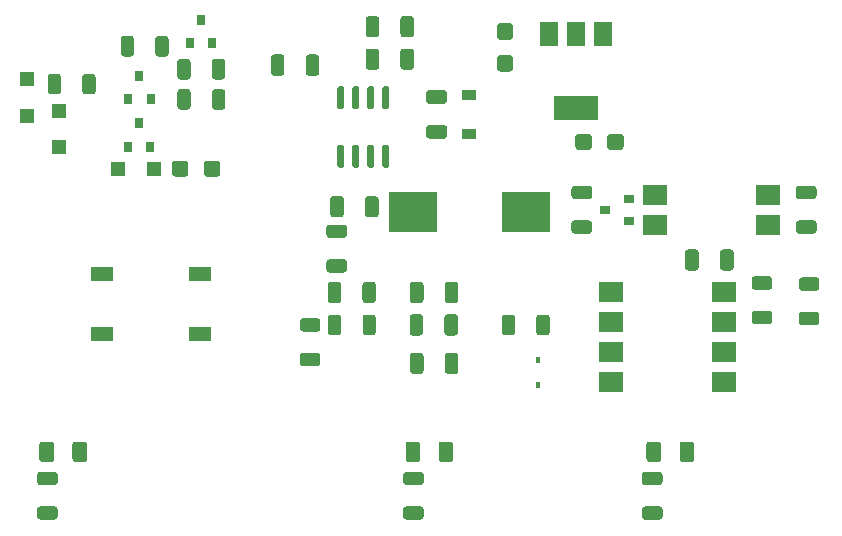
<source format=gbr>
%TF.GenerationSoftware,KiCad,Pcbnew,5.1.10-88a1d61d58~90~ubuntu21.04.1*%
%TF.CreationDate,2021-07-30T10:57:06+02:00*%
%TF.ProjectId,DccDecoder,44636344-6563-46f6-9465-722e6b696361,rev?*%
%TF.SameCoordinates,Original*%
%TF.FileFunction,Paste,Top*%
%TF.FilePolarity,Positive*%
%FSLAX46Y46*%
G04 Gerber Fmt 4.6, Leading zero omitted, Abs format (unit mm)*
G04 Created by KiCad (PCBNEW 5.1.10-88a1d61d58~90~ubuntu21.04.1) date 2021-07-30 10:57:06*
%MOMM*%
%LPD*%
G01*
G04 APERTURE LIST*
%ADD10R,1.220000X1.150000*%
%ADD11R,0.800000X0.900000*%
%ADD12R,4.100000X3.500000*%
%ADD13R,1.200000X0.900000*%
%ADD14R,1.150000X1.220000*%
%ADD15R,0.450000X0.600000*%
%ADD16R,1.900000X1.200000*%
%ADD17R,1.500000X2.000000*%
%ADD18R,3.800000X2.000000*%
%ADD19R,2.000000X1.780000*%
%ADD20R,0.900000X0.800000*%
G04 APERTURE END LIST*
D10*
%TO.C,D8*%
X32800000Y-30300000D03*
X32800000Y-27200000D03*
%TD*%
%TO.C,R15*%
G36*
G01*
X43637500Y-25025001D02*
X43637500Y-23774999D01*
G75*
G02*
X43887499Y-23525000I249999J0D01*
G01*
X44512501Y-23525000D01*
G75*
G02*
X44762500Y-23774999I0J-249999D01*
G01*
X44762500Y-25025001D01*
G75*
G02*
X44512501Y-25275000I-249999J0D01*
G01*
X43887499Y-25275000D01*
G75*
G02*
X43637500Y-25025001I0J249999D01*
G01*
G37*
G36*
G01*
X40712500Y-25025001D02*
X40712500Y-23774999D01*
G75*
G02*
X40962499Y-23525000I249999J0D01*
G01*
X41587501Y-23525000D01*
G75*
G02*
X41837500Y-23774999I0J-249999D01*
G01*
X41837500Y-25025001D01*
G75*
G02*
X41587501Y-25275000I-249999J0D01*
G01*
X40962499Y-25275000D01*
G75*
G02*
X40712500Y-25025001I0J249999D01*
G01*
G37*
%TD*%
%TO.C,R14*%
G36*
G01*
X46637500Y-28274999D02*
X46637500Y-29525001D01*
G75*
G02*
X46387501Y-29775000I-249999J0D01*
G01*
X45762499Y-29775000D01*
G75*
G02*
X45512500Y-29525001I0J249999D01*
G01*
X45512500Y-28274999D01*
G75*
G02*
X45762499Y-28025000I249999J0D01*
G01*
X46387501Y-28025000D01*
G75*
G02*
X46637500Y-28274999I0J-249999D01*
G01*
G37*
G36*
G01*
X49562500Y-28274999D02*
X49562500Y-29525001D01*
G75*
G02*
X49312501Y-29775000I-249999J0D01*
G01*
X48687499Y-29775000D01*
G75*
G02*
X48437500Y-29525001I0J249999D01*
G01*
X48437500Y-28274999D01*
G75*
G02*
X48687499Y-28025000I249999J0D01*
G01*
X49312501Y-28025000D01*
G75*
G02*
X49562500Y-28274999I0J-249999D01*
G01*
G37*
%TD*%
D11*
%TO.C,Q3*%
X42300000Y-26900000D03*
X43250000Y-28900000D03*
X41350000Y-28900000D03*
%TD*%
D12*
%TO.C,L1*%
X75000000Y-38400000D03*
X65500000Y-38400000D03*
%TD*%
%TO.C,R11*%
G36*
G01*
X58374999Y-42437500D02*
X59625001Y-42437500D01*
G75*
G02*
X59875000Y-42687499I0J-249999D01*
G01*
X59875000Y-43312501D01*
G75*
G02*
X59625001Y-43562500I-249999J0D01*
G01*
X58374999Y-43562500D01*
G75*
G02*
X58125000Y-43312501I0J249999D01*
G01*
X58125000Y-42687499D01*
G75*
G02*
X58374999Y-42437500I249999J0D01*
G01*
G37*
G36*
G01*
X58374999Y-39512500D02*
X59625001Y-39512500D01*
G75*
G02*
X59875000Y-39762499I0J-249999D01*
G01*
X59875000Y-40387501D01*
G75*
G02*
X59625001Y-40637500I-249999J0D01*
G01*
X58374999Y-40637500D01*
G75*
G02*
X58125000Y-40387501I0J249999D01*
G01*
X58125000Y-39762499D01*
G75*
G02*
X58374999Y-39512500I249999J0D01*
G01*
G37*
%TD*%
%TO.C,R13*%
G36*
G01*
X61187500Y-48625001D02*
X61187500Y-47374999D01*
G75*
G02*
X61437499Y-47125000I249999J0D01*
G01*
X62062501Y-47125000D01*
G75*
G02*
X62312500Y-47374999I0J-249999D01*
G01*
X62312500Y-48625001D01*
G75*
G02*
X62062501Y-48875000I-249999J0D01*
G01*
X61437499Y-48875000D01*
G75*
G02*
X61187500Y-48625001I0J249999D01*
G01*
G37*
G36*
G01*
X58262500Y-48625001D02*
X58262500Y-47374999D01*
G75*
G02*
X58512499Y-47125000I249999J0D01*
G01*
X59137501Y-47125000D01*
G75*
G02*
X59387500Y-47374999I0J-249999D01*
G01*
X59387500Y-48625001D01*
G75*
G02*
X59137501Y-48875000I-249999J0D01*
G01*
X58512499Y-48875000D01*
G75*
G02*
X58262500Y-48625001I0J249999D01*
G01*
G37*
%TD*%
%TO.C,R12*%
G36*
G01*
X57375001Y-48562500D02*
X56124999Y-48562500D01*
G75*
G02*
X55875000Y-48312501I0J249999D01*
G01*
X55875000Y-47687499D01*
G75*
G02*
X56124999Y-47437500I249999J0D01*
G01*
X57375001Y-47437500D01*
G75*
G02*
X57625000Y-47687499I0J-249999D01*
G01*
X57625000Y-48312501D01*
G75*
G02*
X57375001Y-48562500I-249999J0D01*
G01*
G37*
G36*
G01*
X57375001Y-51487500D02*
X56124999Y-51487500D01*
G75*
G02*
X55875000Y-51237501I0J249999D01*
G01*
X55875000Y-50612499D01*
G75*
G02*
X56124999Y-50362500I249999J0D01*
G01*
X57375001Y-50362500D01*
G75*
G02*
X57625000Y-50612499I0J-249999D01*
G01*
X57625000Y-51237501D01*
G75*
G02*
X57375001Y-51487500I-249999J0D01*
G01*
G37*
%TD*%
%TO.C,C11*%
G36*
G01*
X66325000Y-47349999D02*
X66325000Y-48650001D01*
G75*
G02*
X66075001Y-48900000I-249999J0D01*
G01*
X65424999Y-48900000D01*
G75*
G02*
X65175000Y-48650001I0J249999D01*
G01*
X65175000Y-47349999D01*
G75*
G02*
X65424999Y-47100000I249999J0D01*
G01*
X66075001Y-47100000D01*
G75*
G02*
X66325000Y-47349999I0J-249999D01*
G01*
G37*
G36*
G01*
X69275000Y-47349999D02*
X69275000Y-48650001D01*
G75*
G02*
X69025001Y-48900000I-249999J0D01*
G01*
X68374999Y-48900000D01*
G75*
G02*
X68125000Y-48650001I0J249999D01*
G01*
X68125000Y-47349999D01*
G75*
G02*
X68374999Y-47100000I249999J0D01*
G01*
X69025001Y-47100000D01*
G75*
G02*
X69275000Y-47349999I0J-249999D01*
G01*
G37*
%TD*%
%TO.C,U4*%
G36*
G01*
X63005000Y-32750000D02*
X63305000Y-32750000D01*
G75*
G02*
X63455000Y-32900000I0J-150000D01*
G01*
X63455000Y-34550000D01*
G75*
G02*
X63305000Y-34700000I-150000J0D01*
G01*
X63005000Y-34700000D01*
G75*
G02*
X62855000Y-34550000I0J150000D01*
G01*
X62855000Y-32900000D01*
G75*
G02*
X63005000Y-32750000I150000J0D01*
G01*
G37*
G36*
G01*
X61735000Y-32750000D02*
X62035000Y-32750000D01*
G75*
G02*
X62185000Y-32900000I0J-150000D01*
G01*
X62185000Y-34550000D01*
G75*
G02*
X62035000Y-34700000I-150000J0D01*
G01*
X61735000Y-34700000D01*
G75*
G02*
X61585000Y-34550000I0J150000D01*
G01*
X61585000Y-32900000D01*
G75*
G02*
X61735000Y-32750000I150000J0D01*
G01*
G37*
G36*
G01*
X60465000Y-32750000D02*
X60765000Y-32750000D01*
G75*
G02*
X60915000Y-32900000I0J-150000D01*
G01*
X60915000Y-34550000D01*
G75*
G02*
X60765000Y-34700000I-150000J0D01*
G01*
X60465000Y-34700000D01*
G75*
G02*
X60315000Y-34550000I0J150000D01*
G01*
X60315000Y-32900000D01*
G75*
G02*
X60465000Y-32750000I150000J0D01*
G01*
G37*
G36*
G01*
X59195000Y-32750000D02*
X59495000Y-32750000D01*
G75*
G02*
X59645000Y-32900000I0J-150000D01*
G01*
X59645000Y-34550000D01*
G75*
G02*
X59495000Y-34700000I-150000J0D01*
G01*
X59195000Y-34700000D01*
G75*
G02*
X59045000Y-34550000I0J150000D01*
G01*
X59045000Y-32900000D01*
G75*
G02*
X59195000Y-32750000I150000J0D01*
G01*
G37*
G36*
G01*
X59195000Y-27800000D02*
X59495000Y-27800000D01*
G75*
G02*
X59645000Y-27950000I0J-150000D01*
G01*
X59645000Y-29600000D01*
G75*
G02*
X59495000Y-29750000I-150000J0D01*
G01*
X59195000Y-29750000D01*
G75*
G02*
X59045000Y-29600000I0J150000D01*
G01*
X59045000Y-27950000D01*
G75*
G02*
X59195000Y-27800000I150000J0D01*
G01*
G37*
G36*
G01*
X60465000Y-27800000D02*
X60765000Y-27800000D01*
G75*
G02*
X60915000Y-27950000I0J-150000D01*
G01*
X60915000Y-29600000D01*
G75*
G02*
X60765000Y-29750000I-150000J0D01*
G01*
X60465000Y-29750000D01*
G75*
G02*
X60315000Y-29600000I0J150000D01*
G01*
X60315000Y-27950000D01*
G75*
G02*
X60465000Y-27800000I150000J0D01*
G01*
G37*
G36*
G01*
X61735000Y-27800000D02*
X62035000Y-27800000D01*
G75*
G02*
X62185000Y-27950000I0J-150000D01*
G01*
X62185000Y-29600000D01*
G75*
G02*
X62035000Y-29750000I-150000J0D01*
G01*
X61735000Y-29750000D01*
G75*
G02*
X61585000Y-29600000I0J150000D01*
G01*
X61585000Y-27950000D01*
G75*
G02*
X61735000Y-27800000I150000J0D01*
G01*
G37*
G36*
G01*
X63005000Y-27800000D02*
X63305000Y-27800000D01*
G75*
G02*
X63455000Y-27950000I0J-150000D01*
G01*
X63455000Y-29600000D01*
G75*
G02*
X63305000Y-29750000I-150000J0D01*
G01*
X63005000Y-29750000D01*
G75*
G02*
X62855000Y-29600000I0J150000D01*
G01*
X62855000Y-27950000D01*
G75*
G02*
X63005000Y-27800000I150000J0D01*
G01*
G37*
%TD*%
D13*
%TO.C,D7*%
X70200000Y-28500000D03*
X70200000Y-31800000D03*
%TD*%
D10*
%TO.C,D3*%
X35480000Y-29870000D03*
X35480000Y-32970000D03*
%TD*%
D14*
%TO.C,D2*%
X40470000Y-34770000D03*
X43570000Y-34770000D03*
%TD*%
D15*
%TO.C,D1*%
X76000000Y-53050000D03*
X76000000Y-50950000D03*
%TD*%
%TO.C,C13*%
G36*
G01*
X66350000Y-44599999D02*
X66350000Y-45900001D01*
G75*
G02*
X66100001Y-46150000I-249999J0D01*
G01*
X65449999Y-46150000D01*
G75*
G02*
X65200000Y-45900001I0J249999D01*
G01*
X65200000Y-44599999D01*
G75*
G02*
X65449999Y-44350000I249999J0D01*
G01*
X66100001Y-44350000D01*
G75*
G02*
X66350000Y-44599999I0J-249999D01*
G01*
G37*
G36*
G01*
X69300000Y-44599999D02*
X69300000Y-45900001D01*
G75*
G02*
X69050001Y-46150000I-249999J0D01*
G01*
X68399999Y-46150000D01*
G75*
G02*
X68150000Y-45900001I0J249999D01*
G01*
X68150000Y-44599999D01*
G75*
G02*
X68399999Y-44350000I249999J0D01*
G01*
X69050001Y-44350000D01*
G75*
G02*
X69300000Y-44599999I0J-249999D01*
G01*
G37*
%TD*%
%TO.C,C9*%
G36*
G01*
X54575000Y-25349999D02*
X54575000Y-26650001D01*
G75*
G02*
X54325001Y-26900000I-249999J0D01*
G01*
X53674999Y-26900000D01*
G75*
G02*
X53425000Y-26650001I0J249999D01*
G01*
X53425000Y-25349999D01*
G75*
G02*
X53674999Y-25100000I249999J0D01*
G01*
X54325001Y-25100000D01*
G75*
G02*
X54575000Y-25349999I0J-249999D01*
G01*
G37*
G36*
G01*
X57525000Y-25349999D02*
X57525000Y-26650001D01*
G75*
G02*
X57275001Y-26900000I-249999J0D01*
G01*
X56624999Y-26900000D01*
G75*
G02*
X56375000Y-26650001I0J249999D01*
G01*
X56375000Y-25349999D01*
G75*
G02*
X56624999Y-25100000I249999J0D01*
G01*
X57275001Y-25100000D01*
G75*
G02*
X57525000Y-25349999I0J-249999D01*
G01*
G37*
%TD*%
%TO.C,C8*%
G36*
G01*
X61175000Y-45900001D02*
X61175000Y-44599999D01*
G75*
G02*
X61424999Y-44350000I249999J0D01*
G01*
X62075001Y-44350000D01*
G75*
G02*
X62325000Y-44599999I0J-249999D01*
G01*
X62325000Y-45900001D01*
G75*
G02*
X62075001Y-46150000I-249999J0D01*
G01*
X61424999Y-46150000D01*
G75*
G02*
X61175000Y-45900001I0J249999D01*
G01*
G37*
G36*
G01*
X58225000Y-45900001D02*
X58225000Y-44599999D01*
G75*
G02*
X58474999Y-44350000I249999J0D01*
G01*
X59125001Y-44350000D01*
G75*
G02*
X59375000Y-44599999I0J-249999D01*
G01*
X59375000Y-45900001D01*
G75*
G02*
X59125001Y-46150000I-249999J0D01*
G01*
X58474999Y-46150000D01*
G75*
G02*
X58225000Y-45900001I0J249999D01*
G01*
G37*
%TD*%
%TO.C,C7*%
G36*
G01*
X64400000Y-23400001D02*
X64400000Y-22099999D01*
G75*
G02*
X64649999Y-21850000I249999J0D01*
G01*
X65300001Y-21850000D01*
G75*
G02*
X65550000Y-22099999I0J-249999D01*
G01*
X65550000Y-23400001D01*
G75*
G02*
X65300001Y-23650000I-249999J0D01*
G01*
X64649999Y-23650000D01*
G75*
G02*
X64400000Y-23400001I0J249999D01*
G01*
G37*
G36*
G01*
X61450000Y-23400001D02*
X61450000Y-22099999D01*
G75*
G02*
X61699999Y-21850000I249999J0D01*
G01*
X62350001Y-21850000D01*
G75*
G02*
X62600000Y-22099999I0J-249999D01*
G01*
X62600000Y-23400001D01*
G75*
G02*
X62350001Y-23650000I-249999J0D01*
G01*
X61699999Y-23650000D01*
G75*
G02*
X61450000Y-23400001I0J249999D01*
G01*
G37*
%TD*%
%TO.C,C6*%
G36*
G01*
X61400000Y-38650001D02*
X61400000Y-37349999D01*
G75*
G02*
X61649999Y-37100000I249999J0D01*
G01*
X62300001Y-37100000D01*
G75*
G02*
X62550000Y-37349999I0J-249999D01*
G01*
X62550000Y-38650001D01*
G75*
G02*
X62300001Y-38900000I-249999J0D01*
G01*
X61649999Y-38900000D01*
G75*
G02*
X61400000Y-38650001I0J249999D01*
G01*
G37*
G36*
G01*
X58450000Y-38650001D02*
X58450000Y-37349999D01*
G75*
G02*
X58699999Y-37100000I249999J0D01*
G01*
X59350001Y-37100000D01*
G75*
G02*
X59600000Y-37349999I0J-249999D01*
G01*
X59600000Y-38650001D01*
G75*
G02*
X59350001Y-38900000I-249999J0D01*
G01*
X58699999Y-38900000D01*
G75*
G02*
X58450000Y-38650001I0J249999D01*
G01*
G37*
%TD*%
%TO.C,R5*%
G36*
G01*
X99625001Y-45100000D02*
X98374999Y-45100000D01*
G75*
G02*
X98125000Y-44850001I0J249999D01*
G01*
X98125000Y-44224999D01*
G75*
G02*
X98374999Y-43975000I249999J0D01*
G01*
X99625001Y-43975000D01*
G75*
G02*
X99875000Y-44224999I0J-249999D01*
G01*
X99875000Y-44850001D01*
G75*
G02*
X99625001Y-45100000I-249999J0D01*
G01*
G37*
G36*
G01*
X99625001Y-48025000D02*
X98374999Y-48025000D01*
G75*
G02*
X98125000Y-47775001I0J249999D01*
G01*
X98125000Y-47149999D01*
G75*
G02*
X98374999Y-46900000I249999J0D01*
G01*
X99625001Y-46900000D01*
G75*
G02*
X99875000Y-47149999I0J-249999D01*
G01*
X99875000Y-47775001D01*
G75*
G02*
X99625001Y-48025000I-249999J0D01*
G01*
G37*
%TD*%
%TO.C,R4*%
G36*
G01*
X95625001Y-45012500D02*
X94374999Y-45012500D01*
G75*
G02*
X94125000Y-44762501I0J249999D01*
G01*
X94125000Y-44137499D01*
G75*
G02*
X94374999Y-43887500I249999J0D01*
G01*
X95625001Y-43887500D01*
G75*
G02*
X95875000Y-44137499I0J-249999D01*
G01*
X95875000Y-44762501D01*
G75*
G02*
X95625001Y-45012500I-249999J0D01*
G01*
G37*
G36*
G01*
X95625001Y-47937500D02*
X94374999Y-47937500D01*
G75*
G02*
X94125000Y-47687501I0J249999D01*
G01*
X94125000Y-47062499D01*
G75*
G02*
X94374999Y-46812500I249999J0D01*
G01*
X95625001Y-46812500D01*
G75*
G02*
X95875000Y-47062499I0J-249999D01*
G01*
X95875000Y-47687501D01*
G75*
G02*
X95625001Y-47937500I-249999J0D01*
G01*
G37*
%TD*%
%TO.C,R3*%
G36*
G01*
X98124999Y-39150000D02*
X99375001Y-39150000D01*
G75*
G02*
X99625000Y-39399999I0J-249999D01*
G01*
X99625000Y-40025001D01*
G75*
G02*
X99375001Y-40275000I-249999J0D01*
G01*
X98124999Y-40275000D01*
G75*
G02*
X97875000Y-40025001I0J249999D01*
G01*
X97875000Y-39399999D01*
G75*
G02*
X98124999Y-39150000I249999J0D01*
G01*
G37*
G36*
G01*
X98124999Y-36225000D02*
X99375001Y-36225000D01*
G75*
G02*
X99625000Y-36474999I0J-249999D01*
G01*
X99625000Y-37100001D01*
G75*
G02*
X99375001Y-37350000I-249999J0D01*
G01*
X98124999Y-37350000D01*
G75*
G02*
X97875000Y-37100001I0J249999D01*
G01*
X97875000Y-36474999D01*
G75*
G02*
X98124999Y-36225000I249999J0D01*
G01*
G37*
%TD*%
%TO.C,R2*%
G36*
G01*
X74100000Y-47374999D02*
X74100000Y-48625001D01*
G75*
G02*
X73850001Y-48875000I-249999J0D01*
G01*
X73224999Y-48875000D01*
G75*
G02*
X72975000Y-48625001I0J249999D01*
G01*
X72975000Y-47374999D01*
G75*
G02*
X73224999Y-47125000I249999J0D01*
G01*
X73850001Y-47125000D01*
G75*
G02*
X74100000Y-47374999I0J-249999D01*
G01*
G37*
G36*
G01*
X77025000Y-47374999D02*
X77025000Y-48625001D01*
G75*
G02*
X76775001Y-48875000I-249999J0D01*
G01*
X76149999Y-48875000D01*
G75*
G02*
X75900000Y-48625001I0J249999D01*
G01*
X75900000Y-47374999D01*
G75*
G02*
X76149999Y-47125000I249999J0D01*
G01*
X76775001Y-47125000D01*
G75*
G02*
X77025000Y-47374999I0J-249999D01*
G01*
G37*
%TD*%
%TO.C,C1*%
G36*
G01*
X47750000Y-35195001D02*
X47750000Y-34344999D01*
G75*
G02*
X47999999Y-34095000I249999J0D01*
G01*
X48900001Y-34095000D01*
G75*
G02*
X49150000Y-34344999I0J-249999D01*
G01*
X49150000Y-35195001D01*
G75*
G02*
X48900001Y-35445000I-249999J0D01*
G01*
X47999999Y-35445000D01*
G75*
G02*
X47750000Y-35195001I0J249999D01*
G01*
G37*
G36*
G01*
X45050000Y-35195001D02*
X45050000Y-34344999D01*
G75*
G02*
X45299999Y-34095000I249999J0D01*
G01*
X46200001Y-34095000D01*
G75*
G02*
X46450000Y-34344999I0J-249999D01*
G01*
X46450000Y-35195001D01*
G75*
G02*
X46200001Y-35445000I-249999J0D01*
G01*
X45299999Y-35445000D01*
G75*
G02*
X45050000Y-35195001I0J249999D01*
G01*
G37*
%TD*%
%TO.C,C3*%
G36*
G01*
X89650000Y-41849999D02*
X89650000Y-43150001D01*
G75*
G02*
X89400001Y-43400000I-249999J0D01*
G01*
X88749999Y-43400000D01*
G75*
G02*
X88500000Y-43150001I0J249999D01*
G01*
X88500000Y-41849999D01*
G75*
G02*
X88749999Y-41600000I249999J0D01*
G01*
X89400001Y-41600000D01*
G75*
G02*
X89650000Y-41849999I0J-249999D01*
G01*
G37*
G36*
G01*
X92600000Y-41849999D02*
X92600000Y-43150001D01*
G75*
G02*
X92350001Y-43400000I-249999J0D01*
G01*
X91699999Y-43400000D01*
G75*
G02*
X91450000Y-43150001I0J249999D01*
G01*
X91450000Y-41849999D01*
G75*
G02*
X91699999Y-41600000I249999J0D01*
G01*
X92350001Y-41600000D01*
G75*
G02*
X92600000Y-41849999I0J-249999D01*
G01*
G37*
%TD*%
%TO.C,R10*%
G36*
G01*
X85087498Y-63362500D02*
X86337502Y-63362500D01*
G75*
G02*
X86587500Y-63612498I0J-249998D01*
G01*
X86587500Y-64237502D01*
G75*
G02*
X86337502Y-64487500I-249998J0D01*
G01*
X85087498Y-64487500D01*
G75*
G02*
X84837500Y-64237502I0J249998D01*
G01*
X84837500Y-63612498D01*
G75*
G02*
X85087498Y-63362500I249998J0D01*
G01*
G37*
G36*
G01*
X85087498Y-60437500D02*
X86337502Y-60437500D01*
G75*
G02*
X86587500Y-60687498I0J-249998D01*
G01*
X86587500Y-61312502D01*
G75*
G02*
X86337502Y-61562500I-249998J0D01*
G01*
X85087498Y-61562500D01*
G75*
G02*
X84837500Y-61312502I0J249998D01*
G01*
X84837500Y-60687498D01*
G75*
G02*
X85087498Y-60437500I249998J0D01*
G01*
G37*
%TD*%
%TO.C,C12*%
G36*
G01*
X66350000Y-50599999D02*
X66350000Y-51900001D01*
G75*
G02*
X66100001Y-52150000I-249999J0D01*
G01*
X65449999Y-52150000D01*
G75*
G02*
X65200000Y-51900001I0J249999D01*
G01*
X65200000Y-50599999D01*
G75*
G02*
X65449999Y-50350000I249999J0D01*
G01*
X66100001Y-50350000D01*
G75*
G02*
X66350000Y-50599999I0J-249999D01*
G01*
G37*
G36*
G01*
X69300000Y-50599999D02*
X69300000Y-51900001D01*
G75*
G02*
X69050001Y-52150000I-249999J0D01*
G01*
X68399999Y-52150000D01*
G75*
G02*
X68150000Y-51900001I0J249999D01*
G01*
X68150000Y-50599999D01*
G75*
G02*
X68399999Y-50350000I249999J0D01*
G01*
X69050001Y-50350000D01*
G75*
G02*
X69300000Y-50599999I0J-249999D01*
G01*
G37*
%TD*%
%TO.C,C10*%
G36*
G01*
X66799999Y-31075000D02*
X68100001Y-31075000D01*
G75*
G02*
X68350000Y-31324999I0J-249999D01*
G01*
X68350000Y-31975001D01*
G75*
G02*
X68100001Y-32225000I-249999J0D01*
G01*
X66799999Y-32225000D01*
G75*
G02*
X66550000Y-31975001I0J249999D01*
G01*
X66550000Y-31324999D01*
G75*
G02*
X66799999Y-31075000I249999J0D01*
G01*
G37*
G36*
G01*
X66799999Y-28125000D02*
X68100001Y-28125000D01*
G75*
G02*
X68350000Y-28374999I0J-249999D01*
G01*
X68350000Y-29025001D01*
G75*
G02*
X68100001Y-29275000I-249999J0D01*
G01*
X66799999Y-29275000D01*
G75*
G02*
X66550000Y-29025001I0J249999D01*
G01*
X66550000Y-28374999D01*
G75*
G02*
X66799999Y-28125000I249999J0D01*
G01*
G37*
%TD*%
%TO.C,C5*%
G36*
G01*
X64400000Y-26150001D02*
X64400000Y-24849999D01*
G75*
G02*
X64649999Y-24600000I249999J0D01*
G01*
X65300001Y-24600000D01*
G75*
G02*
X65550000Y-24849999I0J-249999D01*
G01*
X65550000Y-26150001D01*
G75*
G02*
X65300001Y-26400000I-249999J0D01*
G01*
X64649999Y-26400000D01*
G75*
G02*
X64400000Y-26150001I0J249999D01*
G01*
G37*
G36*
G01*
X61450000Y-26150001D02*
X61450000Y-24849999D01*
G75*
G02*
X61699999Y-24600000I249999J0D01*
G01*
X62350001Y-24600000D01*
G75*
G02*
X62600000Y-24849999I0J-249999D01*
G01*
X62600000Y-26150001D01*
G75*
G02*
X62350001Y-26400000I-249999J0D01*
G01*
X61699999Y-26400000D01*
G75*
G02*
X61450000Y-26150001I0J249999D01*
G01*
G37*
%TD*%
%TO.C,R9*%
G36*
G01*
X64874998Y-63362500D02*
X66125002Y-63362500D01*
G75*
G02*
X66375000Y-63612498I0J-249998D01*
G01*
X66375000Y-64237502D01*
G75*
G02*
X66125002Y-64487500I-249998J0D01*
G01*
X64874998Y-64487500D01*
G75*
G02*
X64625000Y-64237502I0J249998D01*
G01*
X64625000Y-63612498D01*
G75*
G02*
X64874998Y-63362500I249998J0D01*
G01*
G37*
G36*
G01*
X64874998Y-60437500D02*
X66125002Y-60437500D01*
G75*
G02*
X66375000Y-60687498I0J-249998D01*
G01*
X66375000Y-61312502D01*
G75*
G02*
X66125002Y-61562500I-249998J0D01*
G01*
X64874998Y-61562500D01*
G75*
G02*
X64625000Y-61312502I0J249998D01*
G01*
X64625000Y-60687498D01*
G75*
G02*
X64874998Y-60437500I249998J0D01*
G01*
G37*
%TD*%
%TO.C,R6*%
G36*
G01*
X33874998Y-63362500D02*
X35125002Y-63362500D01*
G75*
G02*
X35375000Y-63612498I0J-249998D01*
G01*
X35375000Y-64237502D01*
G75*
G02*
X35125002Y-64487500I-249998J0D01*
G01*
X33874998Y-64487500D01*
G75*
G02*
X33625000Y-64237502I0J249998D01*
G01*
X33625000Y-63612498D01*
G75*
G02*
X33874998Y-63362500I249998J0D01*
G01*
G37*
G36*
G01*
X33874998Y-60437500D02*
X35125002Y-60437500D01*
G75*
G02*
X35375000Y-60687498I0J-249998D01*
G01*
X35375000Y-61312502D01*
G75*
G02*
X35125002Y-61562500I-249998J0D01*
G01*
X33874998Y-61562500D01*
G75*
G02*
X33625000Y-61312502I0J249998D01*
G01*
X33625000Y-60687498D01*
G75*
G02*
X33874998Y-60437500I249998J0D01*
G01*
G37*
%TD*%
%TO.C,D6*%
G36*
G01*
X88025000Y-59375000D02*
X88025000Y-58125000D01*
G75*
G02*
X88275000Y-57875000I250000J0D01*
G01*
X89025000Y-57875000D01*
G75*
G02*
X89275000Y-58125000I0J-250000D01*
G01*
X89275000Y-59375000D01*
G75*
G02*
X89025000Y-59625000I-250000J0D01*
G01*
X88275000Y-59625000D01*
G75*
G02*
X88025000Y-59375000I0J250000D01*
G01*
G37*
G36*
G01*
X85225000Y-59375000D02*
X85225000Y-58125000D01*
G75*
G02*
X85475000Y-57875000I250000J0D01*
G01*
X86225000Y-57875000D01*
G75*
G02*
X86475000Y-58125000I0J-250000D01*
G01*
X86475000Y-59375000D01*
G75*
G02*
X86225000Y-59625000I-250000J0D01*
G01*
X85475000Y-59625000D01*
G75*
G02*
X85225000Y-59375000I0J250000D01*
G01*
G37*
%TD*%
%TO.C,D5*%
G36*
G01*
X67625000Y-59375000D02*
X67625000Y-58125000D01*
G75*
G02*
X67875000Y-57875000I250000J0D01*
G01*
X68625000Y-57875000D01*
G75*
G02*
X68875000Y-58125000I0J-250000D01*
G01*
X68875000Y-59375000D01*
G75*
G02*
X68625000Y-59625000I-250000J0D01*
G01*
X67875000Y-59625000D01*
G75*
G02*
X67625000Y-59375000I0J250000D01*
G01*
G37*
G36*
G01*
X64825000Y-59375000D02*
X64825000Y-58125000D01*
G75*
G02*
X65075000Y-57875000I250000J0D01*
G01*
X65825000Y-57875000D01*
G75*
G02*
X66075000Y-58125000I0J-250000D01*
G01*
X66075000Y-59375000D01*
G75*
G02*
X65825000Y-59625000I-250000J0D01*
G01*
X65075000Y-59625000D01*
G75*
G02*
X64825000Y-59375000I0J250000D01*
G01*
G37*
%TD*%
%TO.C,D4*%
G36*
G01*
X36625000Y-59375000D02*
X36625000Y-58125000D01*
G75*
G02*
X36875000Y-57875000I250000J0D01*
G01*
X37625000Y-57875000D01*
G75*
G02*
X37875000Y-58125000I0J-250000D01*
G01*
X37875000Y-59375000D01*
G75*
G02*
X37625000Y-59625000I-250000J0D01*
G01*
X36875000Y-59625000D01*
G75*
G02*
X36625000Y-59375000I0J250000D01*
G01*
G37*
G36*
G01*
X33825000Y-59375000D02*
X33825000Y-58125000D01*
G75*
G02*
X34075000Y-57875000I250000J0D01*
G01*
X34825000Y-57875000D01*
G75*
G02*
X35075000Y-58125000I0J-250000D01*
G01*
X35075000Y-59375000D01*
G75*
G02*
X34825000Y-59625000I-250000J0D01*
G01*
X34075000Y-59625000D01*
G75*
G02*
X33825000Y-59375000I0J250000D01*
G01*
G37*
%TD*%
D16*
%TO.C,BR1*%
X39165580Y-48749590D03*
X39165580Y-43649590D03*
X47415580Y-48749590D03*
X47415580Y-43649590D03*
%TD*%
D17*
%TO.C,U1*%
X81550000Y-23350000D03*
X76950000Y-23350000D03*
X79250000Y-23350000D03*
D18*
X79250000Y-29650000D03*
%TD*%
%TO.C,R8*%
G36*
G01*
X46622500Y-25724998D02*
X46622500Y-26975002D01*
G75*
G02*
X46372502Y-27225000I-249998J0D01*
G01*
X45747498Y-27225000D01*
G75*
G02*
X45497500Y-26975002I0J249998D01*
G01*
X45497500Y-25724998D01*
G75*
G02*
X45747498Y-25475000I249998J0D01*
G01*
X46372502Y-25475000D01*
G75*
G02*
X46622500Y-25724998I0J-249998D01*
G01*
G37*
G36*
G01*
X49547500Y-25724998D02*
X49547500Y-26975002D01*
G75*
G02*
X49297502Y-27225000I-249998J0D01*
G01*
X48672498Y-27225000D01*
G75*
G02*
X48422500Y-26975002I0J249998D01*
G01*
X48422500Y-25724998D01*
G75*
G02*
X48672498Y-25475000I249998J0D01*
G01*
X49297502Y-25475000D01*
G75*
G02*
X49547500Y-25724998I0J-249998D01*
G01*
G37*
%TD*%
%TO.C,R7*%
G36*
G01*
X35657500Y-26984998D02*
X35657500Y-28235002D01*
G75*
G02*
X35407502Y-28485000I-249998J0D01*
G01*
X34782498Y-28485000D01*
G75*
G02*
X34532500Y-28235002I0J249998D01*
G01*
X34532500Y-26984998D01*
G75*
G02*
X34782498Y-26735000I249998J0D01*
G01*
X35407502Y-26735000D01*
G75*
G02*
X35657500Y-26984998I0J-249998D01*
G01*
G37*
G36*
G01*
X38582500Y-26984998D02*
X38582500Y-28235002D01*
G75*
G02*
X38332502Y-28485000I-249998J0D01*
G01*
X37707498Y-28485000D01*
G75*
G02*
X37457500Y-28235002I0J249998D01*
G01*
X37457500Y-26984998D01*
G75*
G02*
X37707498Y-26735000I249998J0D01*
G01*
X38332502Y-26735000D01*
G75*
G02*
X38582500Y-26984998I0J-249998D01*
G01*
G37*
%TD*%
D11*
%TO.C,Q4*%
X47500000Y-22150000D03*
X48450000Y-24150000D03*
X46550000Y-24150000D03*
%TD*%
%TO.C,Q2*%
X42250000Y-30900000D03*
X43200000Y-32900000D03*
X41300000Y-32900000D03*
%TD*%
%TO.C,C4*%
G36*
G01*
X81900000Y-32925001D02*
X81900000Y-32074999D01*
G75*
G02*
X82149999Y-31825000I249999J0D01*
G01*
X83050001Y-31825000D01*
G75*
G02*
X83300000Y-32074999I0J-249999D01*
G01*
X83300000Y-32925001D01*
G75*
G02*
X83050001Y-33175000I-249999J0D01*
G01*
X82149999Y-33175000D01*
G75*
G02*
X81900000Y-32925001I0J249999D01*
G01*
G37*
G36*
G01*
X79200000Y-32925001D02*
X79200000Y-32074999D01*
G75*
G02*
X79449999Y-31825000I249999J0D01*
G01*
X80350001Y-31825000D01*
G75*
G02*
X80600000Y-32074999I0J-249999D01*
G01*
X80600000Y-32925001D01*
G75*
G02*
X80350001Y-33175000I-249999J0D01*
G01*
X79449999Y-33175000D01*
G75*
G02*
X79200000Y-32925001I0J249999D01*
G01*
G37*
%TD*%
%TO.C,C2*%
G36*
G01*
X72824999Y-25150000D02*
X73675001Y-25150000D01*
G75*
G02*
X73925000Y-25399999I0J-249999D01*
G01*
X73925000Y-26300001D01*
G75*
G02*
X73675001Y-26550000I-249999J0D01*
G01*
X72824999Y-26550000D01*
G75*
G02*
X72575000Y-26300001I0J249999D01*
G01*
X72575000Y-25399999D01*
G75*
G02*
X72824999Y-25150000I249999J0D01*
G01*
G37*
G36*
G01*
X72824999Y-22450000D02*
X73675001Y-22450000D01*
G75*
G02*
X73925000Y-22699999I0J-249999D01*
G01*
X73925000Y-23600001D01*
G75*
G02*
X73675001Y-23850000I-249999J0D01*
G01*
X72824999Y-23850000D01*
G75*
G02*
X72575000Y-23600001I0J249999D01*
G01*
X72575000Y-22699999D01*
G75*
G02*
X72824999Y-22450000I249999J0D01*
G01*
G37*
%TD*%
D19*
%TO.C,U3*%
X85985000Y-39520000D03*
X95515000Y-36980000D03*
X85985000Y-36980000D03*
X95515000Y-39520000D03*
%TD*%
%TO.C,U2*%
X91765000Y-45190000D03*
X82235000Y-52810000D03*
X91765000Y-47730000D03*
X82235000Y-50270000D03*
X91765000Y-50270000D03*
X82235000Y-47730000D03*
X91765000Y-52810000D03*
X82235000Y-45190000D03*
%TD*%
%TO.C,R1*%
G36*
G01*
X79124998Y-39150000D02*
X80375002Y-39150000D01*
G75*
G02*
X80625000Y-39399998I0J-249998D01*
G01*
X80625000Y-40025002D01*
G75*
G02*
X80375002Y-40275000I-249998J0D01*
G01*
X79124998Y-40275000D01*
G75*
G02*
X78875000Y-40025002I0J249998D01*
G01*
X78875000Y-39399998D01*
G75*
G02*
X79124998Y-39150000I249998J0D01*
G01*
G37*
G36*
G01*
X79124998Y-36225000D02*
X80375002Y-36225000D01*
G75*
G02*
X80625000Y-36474998I0J-249998D01*
G01*
X80625000Y-37100002D01*
G75*
G02*
X80375002Y-37350000I-249998J0D01*
G01*
X79124998Y-37350000D01*
G75*
G02*
X78875000Y-37100002I0J249998D01*
G01*
X78875000Y-36474998D01*
G75*
G02*
X79124998Y-36225000I249998J0D01*
G01*
G37*
%TD*%
D20*
%TO.C,Q1*%
X81750000Y-38250000D03*
X83750000Y-37300000D03*
X83750000Y-39200000D03*
%TD*%
M02*

</source>
